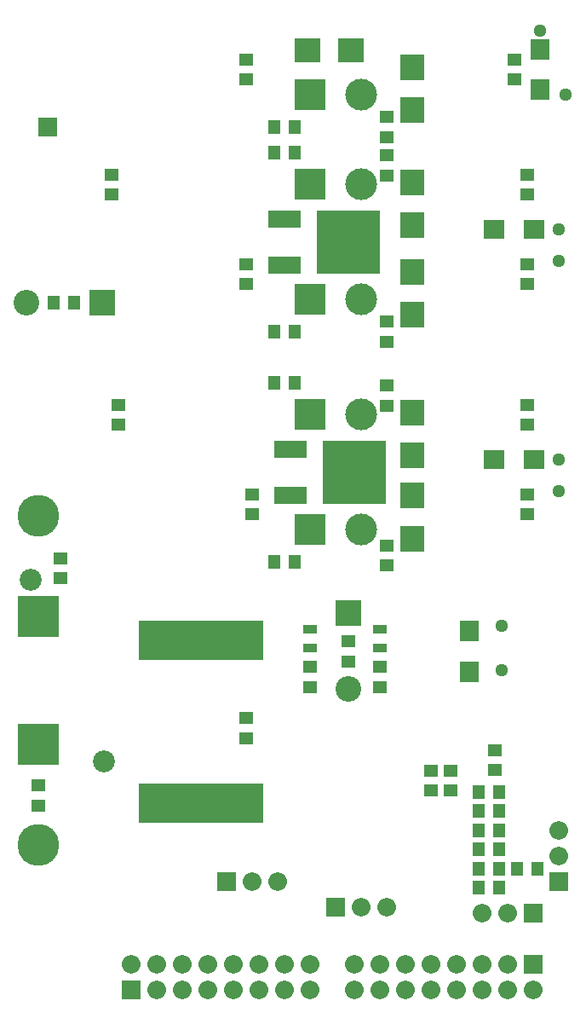
<source format=gbs>
G04 #@! TF.FileFunction,Soldermask,Bot*
%FSLAX46Y46*%
G04 Gerber Fmt 4.6, Leading zero omitted, Abs format (unit mm)*
G04 Created by KiCad (PCBNEW 4.0.7) date 05/06/19 05:29:45*
%MOMM*%
%LPD*%
G01*
G04 APERTURE LIST*
%ADD10C,0.100000*%
%ADD11R,1.852400X1.852400*%
%ADD12O,1.852400X1.852400*%
%ADD13R,12.472400X3.977400*%
%ADD14R,4.152400X4.152400*%
%ADD15C,4.152400*%
%ADD16R,2.552400X2.552400*%
%ADD17C,2.552400*%
%ADD18R,3.200400X1.803400*%
%ADD19R,6.248400X6.248400*%
%ADD20R,2.452400X2.652400*%
%ADD21R,2.652400X2.452400*%
%ADD22R,3.152400X3.152400*%
%ADD23C,3.152400*%
%ADD24C,2.184400*%
%ADD25R,1.852400X2.152400*%
%ADD26R,2.152400X1.852400*%
%ADD27C,1.295400*%
%ADD28R,1.152400X1.402400*%
%ADD29R,1.402400X1.152400*%
%ADD30R,1.452400X0.852400*%
G04 APERTURE END LIST*
D10*
D11*
X160147000Y-153289000D03*
D12*
X160147000Y-155829000D03*
X157607000Y-153289000D03*
X157607000Y-155829000D03*
X155067000Y-153289000D03*
X155067000Y-155829000D03*
X152527000Y-153289000D03*
X152527000Y-155829000D03*
X149987000Y-153289000D03*
X149987000Y-155829000D03*
X147447000Y-153289000D03*
X147447000Y-155829000D03*
X144907000Y-153289000D03*
X144907000Y-155829000D03*
X142367000Y-153289000D03*
X142367000Y-155829000D03*
D11*
X120142000Y-155829000D03*
D12*
X120142000Y-153289000D03*
X122682000Y-155829000D03*
X122682000Y-153289000D03*
X125222000Y-155829000D03*
X125222000Y-153289000D03*
X127762000Y-155829000D03*
X127762000Y-153289000D03*
X130302000Y-155829000D03*
X130302000Y-153289000D03*
X132842000Y-155829000D03*
X132842000Y-153289000D03*
X135382000Y-155829000D03*
X135382000Y-153289000D03*
X137922000Y-155829000D03*
X137922000Y-153289000D03*
D13*
X127127000Y-137281500D03*
X127127000Y-121036500D03*
D14*
X110934000Y-118682000D03*
D15*
X110934000Y-108682000D03*
D14*
X110934000Y-131382000D03*
D15*
X110934000Y-141382000D03*
D16*
X141732000Y-118364000D03*
D17*
X141732000Y-125864000D03*
D16*
X117284000Y-87566000D03*
D17*
X109784000Y-87566000D03*
D18*
X136017000Y-106680000D03*
D19*
X142367000Y-104394000D03*
D18*
X136017000Y-102108000D03*
X135382000Y-83820000D03*
D19*
X141732000Y-81534000D03*
D18*
X135382000Y-79248000D03*
D20*
X148082000Y-102734000D03*
X148082000Y-98434000D03*
X148082000Y-106689000D03*
X148082000Y-110989000D03*
X148082000Y-84464000D03*
X148082000Y-88764000D03*
X148082000Y-79874000D03*
X148082000Y-75574000D03*
D21*
X137677000Y-62484000D03*
X141977000Y-62484000D03*
D20*
X148082000Y-64144000D03*
X148082000Y-68444000D03*
D11*
X140462000Y-147574000D03*
D12*
X143002000Y-147574000D03*
X145542000Y-147574000D03*
D11*
X160147000Y-148209000D03*
D12*
X157607000Y-148209000D03*
X155067000Y-148209000D03*
D11*
X162687000Y-145034000D03*
D12*
X162687000Y-142494000D03*
X162687000Y-139954000D03*
D22*
X137922000Y-98679000D03*
D23*
X143002000Y-98679000D03*
D22*
X137922000Y-110109000D03*
D23*
X143002000Y-110109000D03*
D22*
X137922000Y-87249000D03*
D23*
X143002000Y-87249000D03*
D22*
X137922000Y-75819000D03*
D23*
X143002000Y-75819000D03*
D22*
X137922000Y-66929000D03*
D23*
X143002000Y-66929000D03*
D24*
X117442000Y-133079000D03*
X110142000Y-115079000D03*
D25*
X153797000Y-124174000D03*
X153797000Y-120174000D03*
D26*
X160242000Y-103124000D03*
X156242000Y-103124000D03*
X160242000Y-80264000D03*
X156242000Y-80264000D03*
D25*
X160782000Y-62389000D03*
X160782000Y-66389000D03*
D27*
X156972000Y-124079000D03*
X156972000Y-119634000D03*
X162687000Y-103124000D03*
X162687000Y-106299000D03*
X162687000Y-80264000D03*
X162687000Y-83439000D03*
X160782000Y-60579000D03*
X163322000Y-66929000D03*
D28*
X156702000Y-143764000D03*
X154702000Y-143764000D03*
X158512000Y-143764000D03*
X160512000Y-143764000D03*
X156702000Y-145669000D03*
X154702000Y-145669000D03*
X156702000Y-141859000D03*
X154702000Y-141859000D03*
D29*
X151892000Y-134001000D03*
X151892000Y-136001000D03*
X149987000Y-134001000D03*
X149987000Y-136001000D03*
X113157000Y-114919000D03*
X113157000Y-112919000D03*
X110934000Y-135462000D03*
X110934000Y-137462000D03*
X137922000Y-123714000D03*
X137922000Y-125714000D03*
X144907000Y-123714000D03*
X144907000Y-125714000D03*
X141732000Y-121174000D03*
X141732000Y-123174000D03*
D28*
X114474000Y-87566000D03*
X112474000Y-87566000D03*
D29*
X156337000Y-133969000D03*
X156337000Y-131969000D03*
X118872000Y-99679000D03*
X118872000Y-97679000D03*
X132207000Y-108569000D03*
X132207000Y-106569000D03*
X118237000Y-76819000D03*
X118237000Y-74819000D03*
X131572000Y-85709000D03*
X131572000Y-83709000D03*
D28*
X136382000Y-113284000D03*
X134382000Y-113284000D03*
X136382000Y-95504000D03*
X134382000Y-95504000D03*
X136382000Y-90424000D03*
X134382000Y-90424000D03*
X136382000Y-72644000D03*
X134382000Y-72644000D03*
D29*
X145542000Y-97774000D03*
X145542000Y-95774000D03*
X145542000Y-111649000D03*
X145542000Y-113649000D03*
X145542000Y-89424000D03*
X145542000Y-91424000D03*
X145542000Y-74914000D03*
X145542000Y-72914000D03*
X159512000Y-97679000D03*
X159512000Y-99679000D03*
X159512000Y-106569000D03*
X159512000Y-108569000D03*
X159512000Y-83709000D03*
X159512000Y-85709000D03*
X159512000Y-74819000D03*
X159512000Y-76819000D03*
D28*
X156702000Y-139954000D03*
X154702000Y-139954000D03*
X156702000Y-138049000D03*
X154702000Y-138049000D03*
D29*
X131572000Y-65389000D03*
X131572000Y-63389000D03*
D28*
X136382000Y-70104000D03*
X134382000Y-70104000D03*
D29*
X145542000Y-69104000D03*
X145542000Y-71104000D03*
X158242000Y-63389000D03*
X158242000Y-65389000D03*
D28*
X156702000Y-136144000D03*
X154702000Y-136144000D03*
D30*
X137922000Y-119954000D03*
X137922000Y-121854000D03*
X144907000Y-119954000D03*
X144907000Y-121854000D03*
D29*
X131572000Y-128794000D03*
X131572000Y-130794000D03*
D11*
X129667000Y-145034000D03*
D12*
X132207000Y-145034000D03*
X134747000Y-145034000D03*
D11*
X111887000Y-70104000D03*
M02*

</source>
